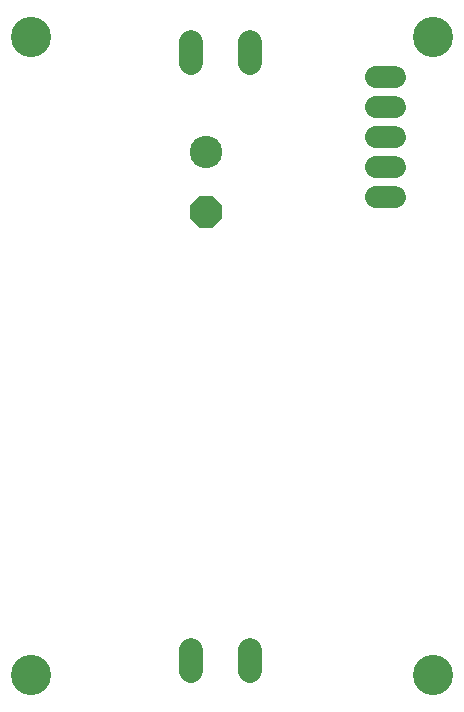
<source format=gbs>
G75*
G70*
%OFA0B0*%
%FSLAX24Y24*%
%IPPOS*%
%LPD*%
%AMOC8*
5,1,8,0,0,1.08239X$1,22.5*
%
%ADD10C,0.1340*%
%ADD11C,0.0790*%
%ADD12C,0.0720*%
%ADD13C,0.1080*%
%ADD14OC8,0.1080*%
D10*
X001413Y001341D03*
X014799Y001341D03*
X014799Y022601D03*
X001413Y022601D03*
D11*
X006748Y022440D02*
X006748Y021730D01*
X008716Y021730D02*
X008716Y022440D01*
X008716Y002180D02*
X008716Y001470D01*
X006748Y001470D02*
X006748Y002180D01*
D12*
X012912Y017285D02*
X013552Y017285D01*
X013552Y018285D02*
X012912Y018285D01*
X012912Y019285D02*
X013552Y019285D01*
X013552Y020285D02*
X012912Y020285D01*
X012912Y021285D02*
X013552Y021285D01*
D13*
X007232Y018785D03*
D14*
X007232Y016785D03*
M02*

</source>
